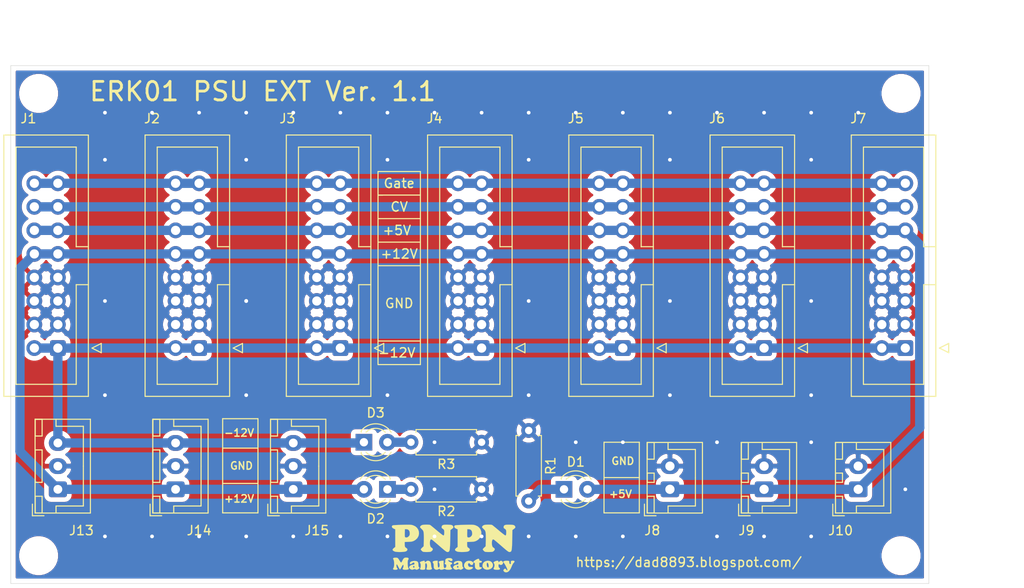
<source format=kicad_pcb>
(kicad_pcb (version 20171130) (host pcbnew "(5.1.6)-1")
  (title_block (title ERK01_PSU_EXT) (date 2020-12-31) (rev Ver.1.1) (company "PNPN Manufactory"))
  (layers (0 F.Cu signal) (31 B.Cu signal) (34 B.Paste user) (35 F.Paste user) (36 B.SilkS user) (37 F.SilkS user) (38 B.Mask user) (39 F.Mask user) (44 Edge.Cuts user))
  (net 0 "")
  (net 1 GND)
  (net 2 /Gate)
  (net 3 /CV)
  (net 4 /+5V)
  (net 5 /+12V)
  (net 6 /-12V)
  (net 7 "Net-(D1-Pad1)")
  (net 8 "Net-(D2-Pad1)")
  (net 9 "Net-(D3-Pad2)")
  (module myfootprint:Silk_PNPN_Manufactory_600dpi (layer F.Cu) (at 144.272 122.936)
    (fp_text reference G*** hide)
    (fp_text value LOGO hide)
  )
  (module MountingHole:MountingHole_3.2mm_M3 (layer F.Cu) (at 192.58 124)
    (fp_text reference H4)
    (fp_text value MountingHole)
    (pad 1 np_thru_hole circle (at 0 0) (size 3.2 3.2) (drill 3.2) (layers *.Cu *.Mask))
  )
  (module MountingHole:MountingHole_3.2mm_M3 (layer F.Cu) (at 99.52 124)
    (fp_text reference H3)
    (fp_text value MountingHole)
    (pad 1 np_thru_hole circle (at 0 0) (size 3.2 3.2) (drill 3.2) (layers *.Cu *.Mask))
  )
  (module MountingHole:MountingHole_3.2mm_M3 (layer F.Cu) (at 192.58 74.12)
    (fp_text reference H2)
    (fp_text value MountingHole)
    (pad 1 np_thru_hole circle (at 0 0) (size 3.2 3.2) (drill 3.2) (layers *.Cu *.Mask))
  )
  (module MountingHole:MountingHole_3.2mm_M3 (layer F.Cu) (at 99.52 74.12)
    (fp_text reference H1)
    (fp_text value MountingHole)
    (pad 1 np_thru_hole circle (at 0 0) (size 3.2 3.2) (drill 3.2) (layers *.Cu *.Mask))
  )
  (module Resistor_THT:R_Axial_DIN0207_L6.3mm_D2.5mm_P7.62mm_Horizontal (layer F.Cu) (at 147.32 111.76 180)
    (fp_text reference R3 (at 3.81 -2.37) (layer F.SilkS))
    (fp_text value 1k)
    (pad 2 thru_hole oval (at 7.62 0 180) (size 1.6 1.6) (drill 0.8) (layers *.Cu *.Mask) (net 9 "Net-(D3-Pad2)"))
    (pad 1 thru_hole circle (at 0 0 180) (size 1.6 1.6) (drill 0.8) (layers *.Cu *.Mask) (net 1 GND))
  )
  (module Resistor_THT:R_Axial_DIN0207_L6.3mm_D2.5mm_P7.62mm_Horizontal (layer F.Cu) (at 147.32 116.84 180)
    (fp_text reference R2 (at 3.81 -2.37) (layer F.SilkS))
    (fp_text value 1k)
    (pad 2 thru_hole oval (at 7.62 0 180) (size 1.6 1.6) (drill 0.8) (layers *.Cu *.Mask) (net 8 "Net-(D2-Pad1)"))
    (pad 1 thru_hole circle (at 0 0 180) (size 1.6 1.6) (drill 0.8) (layers *.Cu *.Mask) (net 1 GND))
  )
  (module Resistor_THT:R_Axial_DIN0207_L6.3mm_D2.5mm_P7.62mm_Horizontal (layer F.Cu) (at 152.4 110.49 270)
    (fp_text reference R1 (at 3.81 -2.37 90) (layer F.SilkS))
    (fp_text value 1k)
    (pad 2 thru_hole oval (at 7.62 0 270) (size 1.6 1.6) (drill 0.8) (layers *.Cu *.Mask) (net 7 "Net-(D1-Pad1)"))
    (pad 1 thru_hole circle (at 0 0 270) (size 1.6 1.6) (drill 0.8) (layers *.Cu *.Mask) (net 1 GND))
  )
  (module Connector_JST:JST_XH_B3B-XH-A_1x03_P2.50mm_Vertical (layer F.Cu) (at 127 116.84 90)
    (fp_text reference J15 (at -4.445 2.54 180) (layer F.SilkS))
    (fp_text value +-12V)
    (pad 3 thru_hole oval (at 5 0 90) (size 1.7 1.95) (drill 0.95) (layers *.Cu *.Mask) (net 6 /-12V))
    (pad 2 thru_hole oval (at 2.5 0 90) (size 1.7 1.95) (drill 0.95) (layers *.Cu *.Mask) (net 1 GND))
    (pad 1 thru_hole roundrect (at 0 0 90) (size 1.7 1.95) (drill 0.95) (layers *.Cu *.Mask) (roundrect_rratio 0.147059) (net 5 /+12V))
  )
  (module Connector_JST:JST_XH_B3B-XH-A_1x03_P2.50mm_Vertical (layer F.Cu) (at 114.3 116.84 90)
    (fp_text reference J14 (at -4.445 2.54 180) (layer F.SilkS))
    (fp_text value +-12V)
    (pad 3 thru_hole oval (at 5 0 90) (size 1.7 1.95) (drill 0.95) (layers *.Cu *.Mask) (net 6 /-12V))
    (pad 2 thru_hole oval (at 2.5 0 90) (size 1.7 1.95) (drill 0.95) (layers *.Cu *.Mask) (net 1 GND))
    (pad 1 thru_hole roundrect (at 0 0 90) (size 1.7 1.95) (drill 0.95) (layers *.Cu *.Mask) (roundrect_rratio 0.147059) (net 5 /+12V))
  )
  (module Connector_JST:JST_XH_B3B-XH-A_1x03_P2.50mm_Vertical (layer F.Cu) (at 101.6 116.84 90)
    (fp_text reference J13 (at -4.445 2.54 180) (layer F.SilkS))
    (fp_text value +-12V)
    (pad 3 thru_hole oval (at 5 0 90) (size 1.7 1.95) (drill 0.95) (layers *.Cu *.Mask) (net 6 /-12V))
    (pad 2 thru_hole oval (at 2.5 0 90) (size 1.7 1.95) (drill 0.95) (layers *.Cu *.Mask) (net 1 GND))
    (pad 1 thru_hole roundrect (at 0 0 90) (size 1.7 1.95) (drill 0.95) (layers *.Cu *.Mask) (roundrect_rratio 0.147059) (net 5 /+12V))
  )
  (module Connector_JST:JST_XH_B2B-XH-A_1x02_P2.50mm_Vertical (layer F.Cu) (at 187.96 116.84 90)
    (fp_text reference J10 (at -4.445 -1.905 180) (layer F.SilkS))
    (fp_text value +5V)
    (pad 2 thru_hole oval (at 2.5 0 90) (size 1.7 2) (drill 1) (layers *.Cu *.Mask) (net 1 GND))
    (pad 1 thru_hole roundrect (at 0 0 90) (size 1.7 2) (drill 1) (layers *.Cu *.Mask) (roundrect_rratio 0.147059) (net 4 /+5V))
  )
  (module Connector_JST:JST_XH_B2B-XH-A_1x02_P2.50mm_Vertical (layer F.Cu) (at 177.8 116.84 90)
    (fp_text reference J9 (at -4.445 -1.905 180) (layer F.SilkS))
    (fp_text value +5V)
    (pad 2 thru_hole oval (at 2.5 0 90) (size 1.7 2) (drill 1) (layers *.Cu *.Mask) (net 1 GND))
    (pad 1 thru_hole roundrect (at 0 0 90) (size 1.7 2) (drill 1) (layers *.Cu *.Mask) (roundrect_rratio 0.147059) (net 4 /+5V))
  )
  (module Connector_JST:JST_XH_B2B-XH-A_1x02_P2.50mm_Vertical (layer F.Cu) (at 167.64 116.84 90)
    (fp_text reference J8 (at -4.445 -1.905 180) (layer F.SilkS))
    (fp_text value +5V)
    (pad 2 thru_hole oval (at 2.5 0 90) (size 1.7 2) (drill 1) (layers *.Cu *.Mask) (net 1 GND))
    (pad 1 thru_hole roundrect (at 0 0 90) (size 1.7 2) (drill 1) (layers *.Cu *.Mask) (roundrect_rratio 0.147059) (net 4 /+5V))
  )
  (module Connector_IDC:IDC-Header_2x08_P2.54mm_Vertical (layer F.Cu) (at 193.04 101.6 180)
    (fp_text reference J7 (at 5.08 24.765) (layer F.SilkS))
    (fp_text value Conn_02x08_Odd_Even)
    (pad 16 thru_hole circle (at 2.54 17.78 180) (size 1.7 1.7) (drill 1) (layers *.Cu *.Mask) (net 2 /Gate))
    (pad 14 thru_hole circle (at 2.54 15.24 180) (size 1.7 1.7) (drill 1) (layers *.Cu *.Mask) (net 3 /CV))
    (pad 12 thru_hole circle (at 2.54 12.7 180) (size 1.7 1.7) (drill 1) (layers *.Cu *.Mask) (net 4 /+5V))
    (pad 10 thru_hole circle (at 2.54 10.16 180) (size 1.7 1.7) (drill 1) (layers *.Cu *.Mask) (net 5 /+12V))
    (pad 8 thru_hole circle (at 2.54 7.62 180) (size 1.7 1.7) (drill 1) (layers *.Cu *.Mask) (net 1 GND))
    (pad 6 thru_hole circle (at 2.54 5.08 180) (size 1.7 1.7) (drill 1) (layers *.Cu *.Mask) (net 1 GND))
    (pad 4 thru_hole circle (at 2.54 2.54 180) (size 1.7 1.7) (drill 1) (layers *.Cu *.Mask) (net 1 GND))
    (pad 2 thru_hole circle (at 2.54 0 180) (size 1.7 1.7) (drill 1) (layers *.Cu *.Mask) (net 6 /-12V))
    (pad 15 thru_hole circle (at 0 17.78 180) (size 1.7 1.7) (drill 1) (layers *.Cu *.Mask) (net 2 /Gate))
    (pad 13 thru_hole circle (at 0 15.24 180) (size 1.7 1.7) (drill 1) (layers *.Cu *.Mask) (net 3 /CV))
    (pad 11 thru_hole circle (at 0 12.7 180) (size 1.7 1.7) (drill 1) (layers *.Cu *.Mask) (net 4 /+5V))
    (pad 9 thru_hole circle (at 0 10.16 180) (size 1.7 1.7) (drill 1) (layers *.Cu *.Mask) (net 5 /+12V))
    (pad 7 thru_hole circle (at 0 7.62 180) (size 1.7 1.7) (drill 1) (layers *.Cu *.Mask) (net 1 GND))
    (pad 5 thru_hole circle (at 0 5.08 180) (size 1.7 1.7) (drill 1) (layers *.Cu *.Mask) (net 1 GND))
    (pad 3 thru_hole circle (at 0 2.54 180) (size 1.7 1.7) (drill 1) (layers *.Cu *.Mask) (net 1 GND))
    (pad 1 thru_hole roundrect (at 0 0 180) (size 1.7 1.7) (drill 1) (layers *.Cu *.Mask) (roundrect_rratio 0.147059) (net 6 /-12V))
  )
  (module Connector_IDC:IDC-Header_2x08_P2.54mm_Vertical (layer F.Cu) (at 177.8 101.6 180)
    (fp_text reference J6 (at 5.08 24.765) (layer F.SilkS))
    (fp_text value Conn_02x08_Odd_Even)
    (pad 16 thru_hole circle (at 2.54 17.78 180) (size 1.7 1.7) (drill 1) (layers *.Cu *.Mask) (net 2 /Gate))
    (pad 14 thru_hole circle (at 2.54 15.24 180) (size 1.7 1.7) (drill 1) (layers *.Cu *.Mask) (net 3 /CV))
    (pad 12 thru_hole circle (at 2.54 12.7 180) (size 1.7 1.7) (drill 1) (layers *.Cu *.Mask) (net 4 /+5V))
    (pad 10 thru_hole circle (at 2.54 10.16 180) (size 1.7 1.7) (drill 1) (layers *.Cu *.Mask) (net 5 /+12V))
    (pad 8 thru_hole circle (at 2.54 7.62 180) (size 1.7 1.7) (drill 1) (layers *.Cu *.Mask) (net 1 GND))
    (pad 6 thru_hole circle (at 2.54 5.08 180) (size 1.7 1.7) (drill 1) (layers *.Cu *.Mask) (net 1 GND))
    (pad 4 thru_hole circle (at 2.54 2.54 180) (size 1.7 1.7) (drill 1) (layers *.Cu *.Mask) (net 1 GND))
    (pad 2 thru_hole circle (at 2.54 0 180) (size 1.7 1.7) (drill 1) (layers *.Cu *.Mask) (net 6 /-12V))
    (pad 15 thru_hole circle (at 0 17.78 180) (size 1.7 1.7) (drill 1) (layers *.Cu *.Mask) (net 2 /Gate))
    (pad 13 thru_hole circle (at 0 15.24 180) (size 1.7 1.7) (drill 1) (layers *.Cu *.Mask) (net 3 /CV))
    (pad 11 thru_hole circle (at 0 12.7 180) (size 1.7 1.7) (drill 1) (layers *.Cu *.Mask) (net 4 /+5V))
    (pad 9 thru_hole circle (at 0 10.16 180) (size 1.7 1.7) (drill 1) (layers *.Cu *.Mask) (net 5 /+12V))
    (pad 7 thru_hole circle (at 0 7.62 180) (size 1.7 1.7) (drill 1) (layers *.Cu *.Mask) (net 1 GND))
    (pad 5 thru_hole circle (at 0 5.08 180) (size 1.7 1.7) (drill 1) (layers *.Cu *.Mask) (net 1 GND))
    (pad 3 thru_hole circle (at 0 2.54 180) (size 1.7 1.7) (drill 1) (layers *.Cu *.Mask) (net 1 GND))
    (pad 1 thru_hole roundrect (at 0 0 180) (size 1.7 1.7) (drill 1) (layers *.Cu *.Mask) (roundrect_rratio 0.147059) (net 6 /-12V))
  )
  (module Connector_IDC:IDC-Header_2x08_P2.54mm_Vertical (layer F.Cu) (at 162.56 101.6 180)
    (fp_text reference J5 (at 5.08 24.765) (layer F.SilkS))
    (fp_text value Conn_02x08_Odd_Even)
    (pad 16 thru_hole circle (at 2.54 17.78 180) (size 1.7 1.7) (drill 1) (layers *.Cu *.Mask) (net 2 /Gate))
    (pad 14 thru_hole circle (at 2.54 15.24 180) (size 1.7 1.7) (drill 1) (layers *.Cu *.Mask) (net 3 /CV))
    (pad 12 thru_hole circle (at 2.54 12.7 180) (size 1.7 1.7) (drill 1) (layers *.Cu *.Mask) (net 4 /+5V))
    (pad 10 thru_hole circle (at 2.54 10.16 180) (size 1.7 1.7) (drill 1) (layers *.Cu *.Mask) (net 5 /+12V))
    (pad 8 thru_hole circle (at 2.54 7.62 180) (size 1.7 1.7) (drill 1) (layers *.Cu *.Mask) (net 1 GND))
    (pad 6 thru_hole circle (at 2.54 5.08 180) (size 1.7 1.7) (drill 1) (layers *.Cu *.Mask) (net 1 GND))
    (pad 4 thru_hole circle (at 2.54 2.54 180) (size 1.7 1.7) (drill 1) (layers *.Cu *.Mask) (net 1 GND))
    (pad 2 thru_hole circle (at 2.54 0 180) (size 1.7 1.7) (drill 1) (layers *.Cu *.Mask) (net 6 /-12V))
    (pad 15 thru_hole circle (at 0 17.78 180) (size 1.7 1.7) (drill 1) (layers *.Cu *.Mask) (net 2 /Gate))
    (pad 13 thru_hole circle (at 0 15.24 180) (size 1.7 1.7) (drill 1) (layers *.Cu *.Mask) (net 3 /CV))
    (pad 11 thru_hole circle (at 0 12.7 180) (size 1.7 1.7) (drill 1) (layers *.Cu *.Mask) (net 4 /+5V))
    (pad 9 thru_hole circle (at 0 10.16 180) (size 1.7 1.7) (drill 1) (layers *.Cu *.Mask) (net 5 /+12V))
    (pad 7 thru_hole circle (at 0 7.62 180) (size 1.7 1.7) (drill 1) (layers *.Cu *.Mask) (net 1 GND))
    (pad 5 thru_hole circle (at 0 5.08 180) (size 1.7 1.7) (drill 1) (layers *.Cu *.Mask) (net 1 GND))
    (pad 3 thru_hole circle (at 0 2.54 180) (size 1.7 1.7) (drill 1) (layers *.Cu *.Mask) (net 1 GND))
    (pad 1 thru_hole roundrect (at 0 0 180) (size 1.7 1.7) (drill 1) (layers *.Cu *.Mask) (roundrect_rratio 0.147059) (net 6 /-12V))
  )
  (module Connector_IDC:IDC-Header_2x08_P2.54mm_Vertical (layer F.Cu) (at 147.32 101.6 180)
    (fp_text reference J4 (at 5.08 24.765) (layer F.SilkS))
    (fp_text value Conn_02x08_Odd_Even)
    (pad 16 thru_hole circle (at 2.54 17.78 180) (size 1.7 1.7) (drill 1) (layers *.Cu *.Mask) (net 2 /Gate))
    (pad 14 thru_hole circle (at 2.54 15.24 180) (size 1.7 1.7) (drill 1) (layers *.Cu *.Mask) (net 3 /CV))
    (pad 12 thru_hole circle (at 2.54 12.7 180) (size 1.7 1.7) (drill 1) (layers *.Cu *.Mask) (net 4 /+5V))
    (pad 10 thru_hole circle (at 2.54 10.16 180) (size 1.7 1.7) (drill 1) (layers *.Cu *.Mask) (net 5 /+12V))
    (pad 8 thru_hole circle (at 2.54 7.62 180) (size 1.7 1.7) (drill 1) (layers *.Cu *.Mask) (net 1 GND))
    (pad 6 thru_hole circle (at 2.54 5.08 180) (size 1.7 1.7) (drill 1) (layers *.Cu *.Mask) (net 1 GND))
    (pad 4 thru_hole circle (at 2.54 2.54 180) (size 1.7 1.7) (drill 1) (layers *.Cu *.Mask) (net 1 GND))
    (pad 2 thru_hole circle (at 2.54 0 180) (size 1.7 1.7) (drill 1) (layers *.Cu *.Mask) (net 6 /-12V))
    (pad 15 thru_hole circle (at 0 17.78 180) (size 1.7 1.7) (drill 1) (layers *.Cu *.Mask) (net 2 /Gate))
    (pad 13 thru_hole circle (at 0 15.24 180) (size 1.7 1.7) (drill 1) (layers *.Cu *.Mask) (net 3 /CV))
    (pad 11 thru_hole circle (at 0 12.7 180) (size 1.7 1.7) (drill 1) (layers *.Cu *.Mask) (net 4 /+5V))
    (pad 9 thru_hole circle (at 0 10.16 180) (size 1.7 1.7) (drill 1) (layers *.Cu *.Mask) (net 5 /+12V))
    (pad 7 thru_hole circle (at 0 7.62 180) (size 1.7 1.7) (drill 1) (layers *.Cu *.Mask) (net 1 GND))
    (pad 5 thru_hole circle (at 0 5.08 180) (size 1.7 1.7) (drill 1) (layers *.Cu *.Mask) (net 1 GND))
    (pad 3 thru_hole circle (at 0 2.54 180) (size 1.7 1.7) (drill 1) (layers *.Cu *.Mask) (net 1 GND))
    (pad 1 thru_hole roundrect (at 0 0 180) (size 1.7 1.7) (drill 1) (layers *.Cu *.Mask) (roundrect_rratio 0.147059) (net 6 /-12V))
  )
  (module Connector_IDC:IDC-Header_2x08_P2.54mm_Vertical (layer F.Cu) (at 132.08 101.6 180)
    (fp_text reference J3 (at 5.715 24.765) (layer F.SilkS))
    (fp_text value Conn_02x08_Odd_Even)
    (pad 16 thru_hole circle (at 2.54 17.78 180) (size 1.7 1.7) (drill 1) (layers *.Cu *.Mask) (net 2 /Gate))
    (pad 14 thru_hole circle (at 2.54 15.24 180) (size 1.7 1.7) (drill 1) (layers *.Cu *.Mask) (net 3 /CV))
    (pad 12 thru_hole circle (at 2.54 12.7 180) (size 1.7 1.7) (drill 1) (layers *.Cu *.Mask) (net 4 /+5V))
    (pad 10 thru_hole circle (at 2.54 10.16 180) (size 1.7 1.7) (drill 1) (layers *.Cu *.Mask) (net 5 /+12V))
    (pad 8 thru_hole circle (at 2.54 7.62 180) (size 1.7 1.7) (drill 1) (layers *.Cu *.Mask) (net 1 GND))
    (pad 6 thru_hole circle (at 2.54 5.08 180) (size 1.7 1.7) (drill 1) (layers *.Cu *.Mask) (net 1 GND))
    (pad 4 thru_hole circle (at 2.54 2.54 180) (size 1.7 1.7) (drill 1) (layers *.Cu *.Mask) (net 1 GND))
    (pad 2 thru_hole circle (at 2.54 0 180) (size 1.7 1.7) (drill 1) (layers *.Cu *.Mask) (net 6 /-12V))
    (pad 15 thru_hole circle (at 0 17.78 180) (size 1.7 1.7) (drill 1) (layers *.Cu *.Mask) (net 2 /Gate))
    (pad 13 thru_hole circle (at 0 15.24 180) (size 1.7 1.7) (drill 1) (layers *.Cu *.Mask) (net 3 /CV))
    (pad 11 thru_hole circle (at 0 12.7 180) (size 1.7 1.7) (drill 1) (layers *.Cu *.Mask) (net 4 /+5V))
    (pad 9 thru_hole circle (at 0 10.16 180) (size 1.7 1.7) (drill 1) (layers *.Cu *.Mask) (net 5 /+12V))
    (pad 7 thru_hole circle (at 0 7.62 180) (size 1.7 1.7) (drill 1) (layers *.Cu *.Mask) (net 1 GND))
    (pad 5 thru_hole circle (at 0 5.08 180) (size 1.7 1.7) (drill 1) (layers *.Cu *.Mask) (net 1 GND))
    (pad 3 thru_hole circle (at 0 2.54 180) (size 1.7 1.7) (drill 1) (layers *.Cu *.Mask) (net 1 GND))
    (pad 1 thru_hole roundrect (at 0 0 180) (size 1.7 1.7) (drill 1) (layers *.Cu *.Mask) (roundrect_rratio 0.147059) (net 6 /-12V))
  )
  (module Connector_IDC:IDC-Header_2x08_P2.54mm_Vertical (layer F.Cu) (at 116.84 101.6 180)
    (fp_text reference J2 (at 5.08 24.765) (layer F.SilkS))
    (fp_text value Conn_02x08_Odd_Even)
    (pad 16 thru_hole circle (at 2.54 17.78 180) (size 1.7 1.7) (drill 1) (layers *.Cu *.Mask) (net 2 /Gate))
    (pad 14 thru_hole circle (at 2.54 15.24 180) (size 1.7 1.7) (drill 1) (layers *.Cu *.Mask) (net 3 /CV))
    (pad 12 thru_hole circle (at 2.54 12.7 180) (size 1.7 1.7) (drill 1) (layers *.Cu *.Mask) (net 4 /+5V))
    (pad 10 thru_hole circle (at 2.54 10.16 180) (size 1.7 1.7) (drill 1) (layers *.Cu *.Mask) (net 5 /+12V))
    (pad 8 thru_hole circle (at 2.54 7.62 180) (size 1.7 1.7) (drill 1) (layers *.Cu *.Mask) (net 1 GND))
    (pad 6 thru_hole circle (at 2.54 5.08 180) (size 1.7 1.7) (drill 1) (layers *.Cu *.Mask) (net 1 GND))
    (pad 4 thru_hole circle (at 2.54 2.54 180) (size 1.7 1.7) (drill 1) (layers *.Cu *.Mask) (net 1 GND))
    (pad 2 thru_hole circle (at 2.54 0 180) (size 1.7 1.7) (drill 1) (layers *.Cu *.Mask) (net 6 /-12V))
    (pad 15 thru_hole circle (at 0 17.78 180) (size 1.7 1.7) (drill 1) (layers *.Cu *.Mask) (net 2 /Gate))
    (pad 13 thru_hole circle (at 0 15.24 180) (size 1.7 1.7) (drill 1) (layers *.Cu *.Mask) (net 3 /CV))
    (pad 11 thru_hole circle (at 0 12.7 180) (size 1.7 1.7) (drill 1) (layers *.Cu *.Mask) (net 4 /+5V))
    (pad 9 thru_hole circle (at 0 10.16 180) (size 1.7 1.7) (drill 1) (layers *.Cu *.Mask) (net 5 /+12V))
    (pad 7 thru_hole circle (at 0 7.62 180) (size 1.7 1.7) (drill 1) (layers *.Cu *.Mask) (net 1 GND))
    (pad 5 thru_hole circle (at 0 5.08 180) (size 1.7 1.7) (drill 1) (layers *.Cu *.Mask) (net 1 GND))
    (pad 3 thru_hole circle (at 0 2.54 180) (size 1.7 1.7) (drill 1) (layers *.Cu *.Mask) (net 1 GND))
    (pad 1 thru_hole roundrect (at 0 0 180) (size 1.7 1.7) (drill 1) (layers *.Cu *.Mask) (roundrect_rratio 0.147059) (net 6 /-12V))
  )
  (module Connector_IDC:IDC-Header_2x08_P2.54mm_Vertical (layer F.Cu) (at 101.6 101.6 180)
    (fp_text reference J1 (at 3.175 24.765) (layer F.SilkS))
    (fp_text value Conn_02x08_Odd_Even)
    (pad 16 thru_hole circle (at 2.54 17.78 180) (size 1.7 1.7) (drill 1) (layers *.Cu *.Mask) (net 2 /Gate))
    (pad 14 thru_hole circle (at 2.54 15.24 180) (size 1.7 1.7) (drill 1) (layers *.Cu *.Mask) (net 3 /CV))
    (pad 12 thru_hole circle (at 2.54 12.7 180) (size 1.7 1.7) (drill 1) (layers *.Cu *.Mask) (net 4 /+5V))
    (pad 10 thru_hole circle (at 2.54 10.16 180) (size 1.7 1.7) (drill 1) (layers *.Cu *.Mask) (net 5 /+12V))
    (pad 8 thru_hole circle (at 2.54 7.62 180) (size 1.7 1.7) (drill 1) (layers *.Cu *.Mask) (net 1 GND))
    (pad 6 thru_hole circle (at 2.54 5.08 180) (size 1.7 1.7) (drill 1) (layers *.Cu *.Mask) (net 1 GND))
    (pad 4 thru_hole circle (at 2.54 2.54 180) (size 1.7 1.7) (drill 1) (layers *.Cu *.Mask) (net 1 GND))
    (pad 2 thru_hole circle (at 2.54 0 180) (size 1.7 1.7) (drill 1) (layers *.Cu *.Mask) (net 6 /-12V))
    (pad 15 thru_hole circle (at 0 17.78 180) (size 1.7 1.7) (drill 1) (layers *.Cu *.Mask) (net 2 /Gate))
    (pad 13 thru_hole circle (at 0 15.24 180) (size 1.7 1.7) (drill 1) (layers *.Cu *.Mask) (net 3 /CV))
    (pad 11 thru_hole circle (at 0 12.7 180) (size 1.7 1.7) (drill 1) (layers *.Cu *.Mask) (net 4 /+5V))
    (pad 9 thru_hole circle (at 0 10.16 180) (size 1.7 1.7) (drill 1) (layers *.Cu *.Mask) (net 5 /+12V))
    (pad 7 thru_hole circle (at 0 7.62 180) (size 1.7 1.7) (drill 1) (layers *.Cu *.Mask) (net 1 GND))
    (pad 5 thru_hole circle (at 0 5.08 180) (size 1.7 1.7) (drill 1) (layers *.Cu *.Mask) (net 1 GND))
    (pad 3 thru_hole circle (at 0 2.54 180) (size 1.7 1.7) (drill 1) (layers *.Cu *.Mask) (net 1 GND))
    (pad 1 thru_hole roundrect (at 0 0 180) (size 1.7 1.7) (drill 1) (layers *.Cu *.Mask) (roundrect_rratio 0.147059) (net 6 /-12V))
  )
  (module LED_THT:LED_D3.0mm (layer F.Cu) (at 134.62 111.76)
    (fp_text reference D3 (at 1.27 -3.175) (layer F.SilkS))
    (fp_text value BLUE)
    (pad 2 thru_hole circle (at 2.54 0) (size 1.8 1.8) (drill 0.9) (layers *.Cu *.Mask) (net 9 "Net-(D3-Pad2)"))
    (pad 1 thru_hole rect (at 0 0) (size 1.8 1.8) (drill 0.9) (layers *.Cu *.Mask) (net 6 /-12V))
  )
  (module LED_THT:LED_D3.0mm (layer F.Cu) (at 137.16 116.84 180)
    (fp_text reference D2 (at 1.27 -3.175) (layer F.SilkS))
    (fp_text value RED)
    (pad 2 thru_hole circle (at 2.54 0 180) (size 1.8 1.8) (drill 0.9) (layers *.Cu *.Mask) (net 5 /+12V))
    (pad 1 thru_hole rect (at 0 0 180) (size 1.8 1.8) (drill 0.9) (layers *.Cu *.Mask) (net 8 "Net-(D2-Pad1)"))
  )
  (module LED_THT:LED_D3.0mm (layer F.Cu) (at 156.21 116.84)
    (fp_text reference D1 (at 1.27 -2.96) (layer F.SilkS))
    (fp_text value GREEN)
    (pad 2 thru_hole circle (at 2.54 0) (size 1.8 1.8) (drill 0.9) (layers *.Cu *.Mask) (net 4 /+5V))
    (pad 1 thru_hole rect (at 0 0) (size 1.8 1.8) (drill 0.9) (layers *.Cu *.Mask) (net 7 "Net-(D1-Pad1)"))
  )
  (gr_text https://dad8893.blogspot.com/ (at 169.672 124.714) (layer F.SilkS) (effects (font (size 1 1))))
  (gr_text "ERK01 PSU EXT Ver. 1.1" (at 123.698 73.914) (layer F.SilkS) (effects (font (size 2 2) (thickness 0.3))))
  (gr_text -12V (at 138.176 102.108) (layer F.SilkS) (effects (font (size 1 1))))
  (gr_text GND (at 138.43 96.774) (layer F.SilkS) (effects (font (size 1 1))))
  (gr_text +12V (at 138.43 91.44) (layer F.SilkS) (effects (font (size 1 1))))
  (gr_text +5V (at 138.176 88.9) (layer F.SilkS) (effects (font (size 1 1))))
  (gr_text CV (at 138.43 86.36) (layer F.SilkS) (effects (font (size 1 1))))
  (gr_text Gate (at 138.43 83.82) (layer F.SilkS) (effects (font (size 1 1))))
  (gr_line (start 140.716 100.838) (end 136.144 100.838) (layer F.SilkS) (width 0.12))
  (gr_line (start 140.716 92.71) (end 136.144 92.71) (layer F.SilkS) (width 0.12))
  (gr_line (start 140.716 90.17) (end 136.144 90.17) (layer F.SilkS) (width 0.12))
  (gr_line (start 140.716 87.63) (end 136.144 87.63) (layer F.SilkS) (width 0.12))
  (gr_line (start 136.144 85.09) (end 136.652 85.09) (layer F.SilkS) (width 0.12))
  (gr_line (start 140.716 85.09) (end 136.144 85.09) (layer F.SilkS) (width 0.12))
  (gr_line (start 136.144 103.378) (end 136.144 82.55) (layer F.SilkS) (width 0.12))
  (gr_line (start 140.716 103.378) (end 136.144 103.378) (layer F.SilkS) (width 0.12))
  (gr_line (start 140.716 82.55) (end 140.716 103.378) (layer F.SilkS) (width 0.12))
  (gr_line (start 136.144 82.55) (end 140.716 82.55) (layer F.SilkS) (width 0.12))
  (gr_text +5V (at 162.306 117.348) (layer F.SilkS) (effects (font (size 0.8 0.8))))
  (gr_text GND (at 162.56 113.792) (layer F.SilkS) (effects (font (size 0.8 0.8))))
  (gr_line (start 164.338 115.57) (end 160.528 115.57) (layer F.SilkS) (width 0.12))
  (gr_line (start 164.338 119.38) (end 164.338 111.76) (layer F.SilkS) (width 0.12))
  (gr_line (start 160.528 119.38) (end 164.338 119.38) (layer F.SilkS) (width 0.12))
  (gr_line (start 160.528 111.76) (end 160.528 119.38) (layer F.SilkS) (width 0.12))
  (gr_line (start 164.338 111.76) (end 160.528 111.76) (layer F.SilkS) (width 0.12))
  (gr_text +12V (at 121.158 117.856) (layer F.SilkS) (effects (font (size 0.8 0.8))))
  (gr_text GND (at 121.412 114.3) (layer F.SilkS) (effects (font (size 0.8 0.8))))
  (gr_text -12V (at 121.158 110.744) (layer F.SilkS) (effects (font (size 0.8 0.8))))
  (gr_line (start 119.38 116.205) (end 123.19 116.205) (layer F.SilkS) (width 0.12))
  (gr_line (start 119.38 112.395) (end 123.19 112.395) (layer F.SilkS) (width 0.12))
  (gr_line (start 119.38 119.38) (end 119.38 109.22) (layer F.SilkS) (width 0.12))
  (gr_line (start 123.19 119.38) (end 119.38 119.38) (layer F.SilkS) (width 0.12))
  (gr_line (start 123.19 109.22) (end 123.19 119.38) (layer F.SilkS) (width 0.12))
  (gr_line (start 119.38 109.22) (end 123.19 109.22) (layer F.SilkS) (width 0.12))
  (gr_line (start 195.58 71.12) (end 96.52 71.12) (layer Edge.Cuts) (width 0.05))
  (gr_line (start 195.58 127) (end 195.58 71.12) (layer Edge.Cuts) (width 0.05))
  (gr_line (start 96.52 127) (end 195.58 127) (layer Edge.Cuts) (width 0.05))
  (gr_line (start 96.52 71.12) (end 96.52 127) (layer Edge.Cuts) (width 0.05))
  (via (at 106.68 76.2) (size 0.8) (drill 0.4) (layers F.Cu B.Cu) (net 1))
  (via (at 106.68 81.28) (size 0.8) (drill 0.4) (layers F.Cu B.Cu) (net 1))
  (via (at 111.76 76.2) (size 0.8) (drill 0.4) (layers F.Cu B.Cu) (net 1))
  (via (at 116.84 76.2) (size 0.8) (drill 0.4) (layers F.Cu B.Cu) (net 1))
  (via (at 121.92 76.2) (size 0.8) (drill 0.4) (layers F.Cu B.Cu) (net 1))
  (via (at 127 76.2) (size 0.8) (drill 0.4) (layers F.Cu B.Cu) (net 1))
  (via (at 132.08 76.2) (size 0.8) (drill 0.4) (layers F.Cu B.Cu) (net 1))
  (via (at 137.16 76.2) (size 0.8) (drill 0.4) (layers F.Cu B.Cu) (net 1))
  (via (at 142.24 76.2) (size 0.8) (drill 0.4) (layers F.Cu B.Cu) (net 1))
  (via (at 147.32 76.2) (size 0.8) (drill 0.4) (layers F.Cu B.Cu) (net 1))
  (via (at 152.4 76.2) (size 0.8) (drill 0.4) (layers F.Cu B.Cu) (net 1))
  (via (at 157.48 76.2) (size 0.8) (drill 0.4) (layers F.Cu B.Cu) (net 1))
  (via (at 162.56 76.2) (size 0.8) (drill 0.4) (layers F.Cu B.Cu) (net 1))
  (via (at 167.64 76.2) (size 0.8) (drill 0.4) (layers F.Cu B.Cu) (net 1))
  (via (at 172.72 76.2) (size 0.8) (drill 0.4) (layers F.Cu B.Cu) (net 1))
  (via (at 177.8 76.2) (size 0.8) (drill 0.4) (layers F.Cu B.Cu) (net 1))
  (via (at 182.88 76.2) (size 0.8) (drill 0.4) (layers F.Cu B.Cu) (net 1))
  (via (at 187.96 76.2) (size 0.8) (drill 0.4) (layers F.Cu B.Cu) (net 1))
  (via (at 182.88 81.28) (size 0.8) (drill 0.4) (layers F.Cu B.Cu) (net 1))
  (via (at 182.88 96.52) (size 0.8) (drill 0.4) (layers F.Cu B.Cu) (net 1))
  (via (at 182.88 106.68) (size 0.8) (drill 0.4) (layers F.Cu B.Cu) (net 1))
  (via (at 182.88 111.76) (size 0.8) (drill 0.4) (layers F.Cu B.Cu) (net 1))
  (via (at 182.88 121.92) (size 0.8) (drill 0.4) (layers F.Cu B.Cu) (net 1))
  (via (at 193.04 116.84) (size 0.8) (drill 0.4) (layers F.Cu B.Cu) (net 1))
  (via (at 172.72 121.92) (size 0.8) (drill 0.4) (layers F.Cu B.Cu) (net 1))
  (via (at 177.8 121.92) (size 0.8) (drill 0.4) (layers F.Cu B.Cu) (net 1))
  (via (at 172.72 111.76) (size 0.8) (drill 0.4) (layers F.Cu B.Cu) (net 1))
  (via (at 162.56 121.92) (size 0.8) (drill 0.4) (layers F.Cu B.Cu) (net 1))
  (via (at 162.56 111.76) (size 0.8) (drill 0.4) (layers F.Cu B.Cu) (net 1))
  (via (at 157.48 111.76) (size 0.8) (drill 0.4) (layers F.Cu B.Cu) (net 1))
  (via (at 157.48 121.92) (size 0.8) (drill 0.4) (layers F.Cu B.Cu) (net 1))
  (via (at 152.4 121.92) (size 0.8) (drill 0.4) (layers F.Cu B.Cu) (net 1))
  (via (at 152.4 106.68) (size 0.8) (drill 0.4) (layers F.Cu B.Cu) (net 1))
  (via (at 142.24 111.76) (size 0.8) (drill 0.4) (layers F.Cu B.Cu) (net 1))
  (via (at 142.24 116.84) (size 0.8) (drill 0.4) (layers F.Cu B.Cu) (net 1))
  (via (at 142.24 121.92) (size 0.8) (drill 0.4) (layers F.Cu B.Cu) (net 1))
  (via (at 147.32 121.92) (size 0.8) (drill 0.4) (layers F.Cu B.Cu) (net 1))
  (via (at 137.16 106.68) (size 0.8) (drill 0.4) (layers F.Cu B.Cu) (net 1))
  (via (at 137.16 121.92) (size 0.8) (drill 0.4) (layers F.Cu B.Cu) (net 1))
  (via (at 132.08 121.92) (size 0.8) (drill 0.4) (layers F.Cu B.Cu) (net 1))
  (via (at 127 121.92) (size 0.8) (drill 0.4) (layers F.Cu B.Cu) (net 1))
  (via (at 121.92 121.92) (size 0.8) (drill 0.4) (layers F.Cu B.Cu) (net 1))
  (via (at 116.84 121.92) (size 0.8) (drill 0.4) (layers F.Cu B.Cu) (net 1))
  (via (at 111.76 121.92) (size 0.8) (drill 0.4) (layers F.Cu B.Cu) (net 1))
  (via (at 106.68 121.92) (size 0.8) (drill 0.4) (layers F.Cu B.Cu) (net 1))
  (via (at 106.68 106.68) (size 0.8) (drill 0.4) (layers F.Cu B.Cu) (net 1))
  (via (at 121.92 106.68) (size 0.8) (drill 0.4) (layers F.Cu B.Cu) (net 1))
  (via (at 167.64 106.68) (size 0.8) (drill 0.4) (layers F.Cu B.Cu) (net 1))
  (via (at 167.64 96.52) (size 0.8) (drill 0.4) (layers F.Cu B.Cu) (net 1))
  (via (at 152.4 96.52) (size 0.8) (drill 0.4) (layers F.Cu B.Cu) (net 1))
  (via (at 121.92 96.52) (size 0.8) (drill 0.4) (layers F.Cu B.Cu) (net 1))
  (via (at 121.92 96.52) (size 0.8) (drill 0.4) (layers F.Cu B.Cu) (net 1))
  (via (at 106.68 96.52) (size 0.8) (drill 0.4) (layers F.Cu B.Cu) (net 1))
  (via (at 121.92 81.28) (size 0.8) (drill 0.4) (layers F.Cu B.Cu) (net 1))
  (via (at 137.16 81.28) (size 0.8) (drill 0.4) (layers F.Cu B.Cu) (net 1))
  (via (at 152.4 81.28) (size 0.8) (drill 0.4) (layers F.Cu B.Cu) (net 1))
  (via (at 167.64 81.28) (size 0.8) (drill 0.4) (layers F.Cu B.Cu) (net 1))
  (segment (start 99.06 83.82) (end 101.6 83.82) (width 1) (layer B.Cu) (net 2))
  (segment (start 101.6 83.82) (end 114.3 83.82) (width 1) (layer B.Cu) (net 2))
  (segment (start 116.84 83.82) (end 114.3 83.82) (width 1) (layer B.Cu) (net 2))
  (segment (start 116.84 83.82) (end 129.54 83.82) (width 1) (layer B.Cu) (net 2))
  (segment (start 129.54 83.82) (end 132.08 83.82) (width 1) (layer B.Cu) (net 2))
  (segment (start 132.08 83.82) (end 144.78 83.82) (width 1) (layer B.Cu) (net 2))
  (segment (start 144.78 83.82) (end 147.32 83.82) (width 1) (layer B.Cu) (net 2))
  (segment (start 147.32 83.82) (end 160.02 83.82) (width 1) (layer B.Cu) (net 2))
  (segment (start 160.02 83.82) (end 162.56 83.82) (width 1) (layer B.Cu) (net 2))
  (segment (start 162.56 83.82) (end 175.26 83.82) (width 1) (layer B.Cu) (net 2))
  (segment (start 175.26 83.82) (end 177.8 83.82) (width 1) (layer B.Cu) (net 2))
  (segment (start 177.8 83.82) (end 190.5 83.82) (width 1) (layer B.Cu) (net 2))
  (segment (start 193.04 83.82) (end 190.5 83.82) (width 1) (layer B.Cu) (net 2))
  (segment (start 193.04 86.36) (end 190.5 86.36) (width 1) (layer B.Cu) (net 3))
  (segment (start 190.5 86.36) (end 177.8 86.36) (width 1) (layer B.Cu) (net 3))
  (segment (start 177.8 86.36) (end 175.26 86.36) (width 1) (layer B.Cu) (net 3))
  (segment (start 175.26 86.36) (end 162.56 86.36) (width 1) (layer B.Cu) (net 3))
  (segment (start 162.56 86.36) (end 160.02 86.36) (width 1) (layer B.Cu) (net 3))
  (segment (start 160.02 86.36) (end 147.32 86.36) (width 1) (layer B.Cu) (net 3))
  (segment (start 144.78 86.36) (end 147.32 86.36) (width 1) (layer B.Cu) (net 3))
  (segment (start 144.78 86.36) (end 132.08 86.36) (width 1) (layer B.Cu) (net 3))
  (segment (start 132.08 86.36) (end 129.54 86.36) (width 1) (layer B.Cu) (net 3))
  (segment (start 129.54 86.36) (end 116.84 86.36) (width 1) (layer B.Cu) (net 3))
  (segment (start 116.84 86.36) (end 114.3 86.36) (width 1) (layer B.Cu) (net 3))
  (segment (start 101.6 86.36) (end 114.3 86.36) (width 1) (layer B.Cu) (net 3))
  (segment (start 99.06 86.36) (end 101.6 86.36) (width 1) (layer B.Cu) (net 3))
  (segment (start 99.06 88.9) (end 101.6 88.9) (width 1) (layer B.Cu) (net 4))
  (segment (start 101.6 88.9) (end 114.3 88.9) (width 1) (layer B.Cu) (net 4))
  (segment (start 114.3 88.9) (end 116.84 88.9) (width 1) (layer B.Cu) (net 4))
  (segment (start 116.84 88.9) (end 129.54 88.9) (width 1) (layer B.Cu) (net 4))
  (segment (start 132.08 88.9) (end 144.78 88.9) (width 1) (layer B.Cu) (net 4))
  (segment (start 144.78 88.9) (end 147.32 88.9) (width 1) (layer B.Cu) (net 4))
  (segment (start 147.32 88.9) (end 160.02 88.9) (width 1) (layer B.Cu) (net 4))
  (segment (start 160.02 88.9) (end 162.56 88.9) (width 1) (layer B.Cu) (net 4))
  (segment (start 162.56 88.9) (end 175.26 88.9) (width 1) (layer B.Cu) (net 4))
  (segment (start 175.26 88.9) (end 177.8 88.9) (width 1) (layer B.Cu) (net 4))
  (segment (start 177.8 88.9) (end 190.5 88.9) (width 1) (layer B.Cu) (net 4))
  (segment (start 190.5 88.9) (end 193.04 88.9) (width 1) (layer B.Cu) (net 4))
  (segment (start 167.64 116.84) (end 177.8 116.84) (width 1) (layer B.Cu) (net 4))
  (segment (start 177.8 116.84) (end 187.96 116.84) (width 1) (layer B.Cu) (net 4))
  (segment (start 194.590001 90.450001) (end 193.04 88.9) (width 1) (layer B.Cu) (net 4))
  (segment (start 194.590001 110.209999) (end 194.590001 90.450001) (width 1) (layer B.Cu) (net 4))
  (segment (start 187.96 116.84) (end 194.590001 110.209999) (width 1) (layer B.Cu) (net 4))
  (segment (start 129.54 88.9) (end 132.08 88.9) (width 1) (layer B.Cu) (net 4))
  (segment (start 158.75 116.84) (end 167.64 116.84) (width 1) (layer B.Cu) (net 4))
  (segment (start 193.04 91.44) (end 190.5 91.44) (width 1) (layer B.Cu) (net 5))
  (segment (start 177.8 91.44) (end 190.5 91.44) (width 1) (layer B.Cu) (net 5))
  (segment (start 177.8 91.44) (end 175.26 91.44) (width 1) (layer B.Cu) (net 5))
  (segment (start 175.26 91.44) (end 162.56 91.44) (width 1) (layer B.Cu) (net 5))
  (segment (start 162.56 91.44) (end 160.02 91.44) (width 1) (layer B.Cu) (net 5))
  (segment (start 147.32 91.44) (end 160.02 91.44) (width 1) (layer B.Cu) (net 5))
  (segment (start 147.32 91.44) (end 144.78 91.44) (width 1) (layer B.Cu) (net 5))
  (segment (start 144.78 91.44) (end 132.08 91.44) (width 1) (layer B.Cu) (net 5))
  (segment (start 132.08 91.44) (end 129.54 91.44) (width 1) (layer B.Cu) (net 5))
  (segment (start 129.54 91.44) (end 116.84 91.44) (width 1) (layer B.Cu) (net 5))
  (segment (start 114.3 91.44) (end 116.84 91.44) (width 1) (layer B.Cu) (net 5))
  (segment (start 114.3 91.44) (end 101.6 91.44) (width 1) (layer B.Cu) (net 5))
  (segment (start 99.06 91.44) (end 101.6 91.44) (width 1) (layer B.Cu) (net 5))
  (segment (start 101.6 116.84) (end 114.3 116.84) (width 1) (layer B.Cu) (net 5))
  (segment (start 114.3 116.84) (end 127 116.84) (width 1) (layer B.Cu) (net 5))
  (segment (start 127 116.84) (end 134.62 116.84) (width 1) (layer B.Cu) (net 5))
  (segment (start 97.509999 92.990001) (end 99.06 91.44) (width 1) (layer B.Cu) (net 5))
  (segment (start 97.509999 112.749999) (end 97.509999 92.990001) (width 1) (layer B.Cu) (net 5))
  (segment (start 101.6 116.84) (end 97.509999 112.749999) (width 1) (layer B.Cu) (net 5))
  (segment (start 99.06 101.6) (end 101.6 101.6) (width 1) (layer B.Cu) (net 6))
  (segment (start 116.84 101.6) (end 129.54 101.6) (width 1) (layer B.Cu) (net 6))
  (segment (start 129.54 101.6) (end 132.08 101.6) (width 1) (layer B.Cu) (net 6))
  (segment (start 132.08 101.6) (end 144.78 101.6) (width 1) (layer B.Cu) (net 6))
  (segment (start 144.78 101.6) (end 147.32 101.6) (width 1) (layer B.Cu) (net 6))
  (segment (start 147.32 101.6) (end 160.02 101.6) (width 1) (layer B.Cu) (net 6))
  (segment (start 160.02 101.6) (end 162.56 101.6) (width 1) (layer B.Cu) (net 6))
  (segment (start 162.56 101.6) (end 175.26 101.6) (width 1) (layer B.Cu) (net 6))
  (segment (start 175.26 101.6) (end 177.8 101.6) (width 1) (layer B.Cu) (net 6))
  (segment (start 177.8 101.6) (end 190.5 101.6) (width 1) (layer B.Cu) (net 6))
  (segment (start 193.04 101.6) (end 190.5 101.6) (width 1) (layer B.Cu) (net 6))
  (segment (start 101.6 111.84) (end 114.3 111.84) (width 1) (layer B.Cu) (net 6))
  (segment (start 114.3 111.84) (end 127 111.84) (width 1) (layer B.Cu) (net 6))
  (segment (start 134.54 111.84) (end 134.62 111.76) (width 1) (layer B.Cu) (net 6))
  (segment (start 127 111.84) (end 134.54 111.84) (width 1) (layer B.Cu) (net 6))
  (segment (start 101.6 111.84) (end 101.6 101.6) (width 1) (layer B.Cu) (net 6))
  (segment (start 116.84 101.6) (end 114.3 101.6) (width 1) (layer B.Cu) (net 6))
  (segment (start 114.3 101.6) (end 101.6 101.6) (width 1) (layer B.Cu) (net 6))
  (segment (start 153.67 116.84) (end 152.4 118.11) (width 1) (layer B.Cu) (net 7))
  (segment (start 156.21 116.84) (end 153.67 116.84) (width 1) (layer B.Cu) (net 7))
  (segment (start 139.7 116.84) (end 137.16 116.84) (width 1) (layer B.Cu) (net 8))
  (segment (start 139.7 111.76) (end 137.16 111.76) (width 1) (layer B.Cu) (net 9))
  (zone (net 1) (net_name GND) (layer B.Cu) (connect_pads (clearance 0.508)) (min_thickness 0.254) (fill yes (arc_segments 32) (thermal_gap 0.508) (thermal_bridge_width 0.508))
    (polygon (pts (xy 195.58 127) (xy 96.52 127) (xy 96.52 71.12) (xy 195.58 71.12)))
  )
  (zone (net 1) (net_name GND) (layer F.Cu) (connect_pads (clearance 0.508)) (min_thickness 0.254) (fill yes (arc_segments 32) (thermal_gap 0.508) (thermal_bridge_width 0.508))
    (polygon (pts (xy 195.58 127) (xy 96.52 127) (xy 96.52 71.12) (xy 195.58 71.12)))
  )
)
</source>
